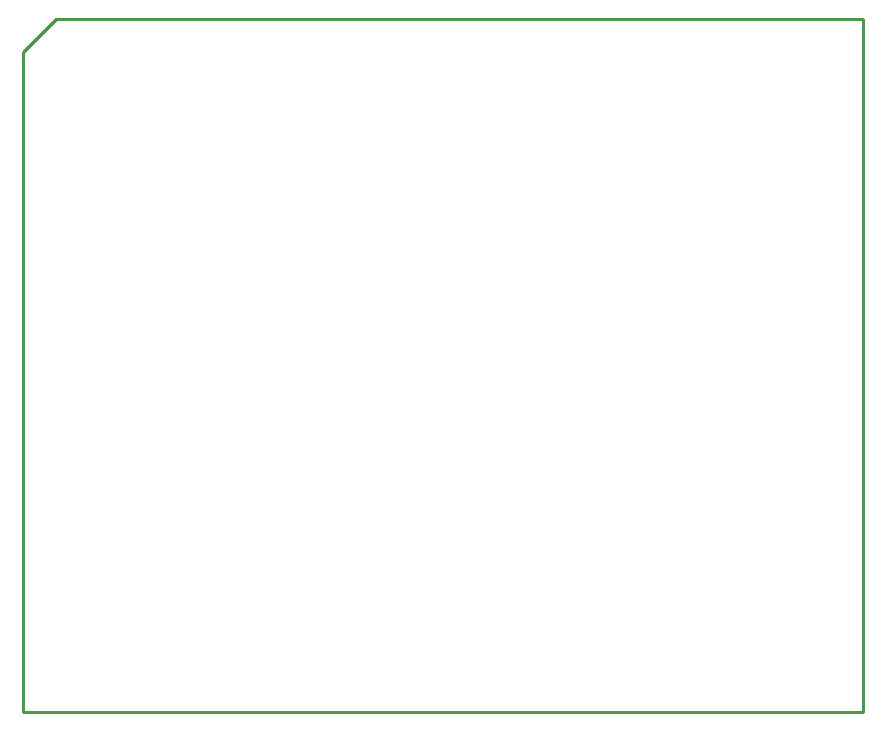
<source format=gko>
G04 Layer: BoardOutlineLayer*
G04 EasyEDA v6.5.22, 2023-01-18 22:18:13*
G04 60aa5606712246c99b0a00d3d653f430,7be1179030e74d40a97a3c751b95adb4,10*
G04 Gerber Generator version 0.2*
G04 Scale: 100 percent, Rotated: No, Reflected: No *
G04 Dimensions in inches *
G04 leading zeros omitted , absolute positions ,3 integer and 6 decimal *
%FSLAX36Y36*%
%MOIN*%

%ADD10C,0.0100*%
D10*
X1455000Y3125000D02*
G01*
X4145000Y3125000D01*
X4145000Y815000D01*
X1345000Y815000D01*
X1345000Y3015000D01*
X1455000Y3125000D02*
G01*
X1345000Y3015000D01*

%LPD*%
M02*

</source>
